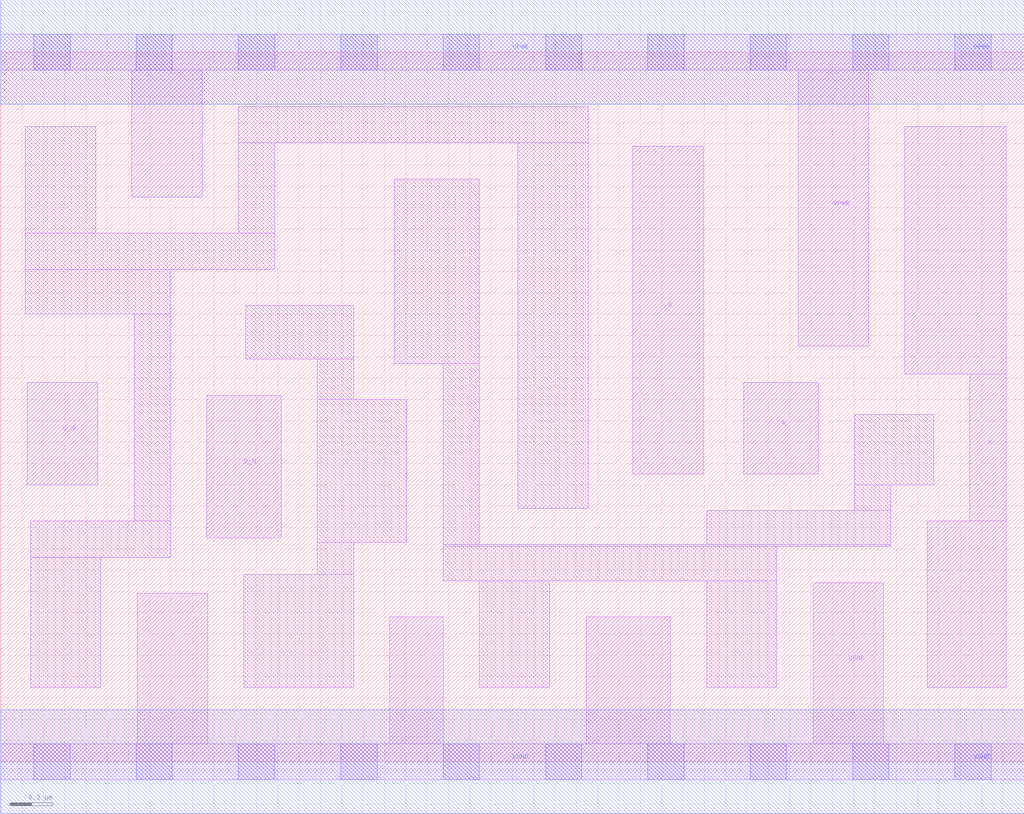
<source format=lef>
# Copyright 2020 The SkyWater PDK Authors
#
# Licensed under the Apache License, Version 2.0 (the "License");
# you may not use this file except in compliance with the License.
# You may obtain a copy of the License at
#
#     https://www.apache.org/licenses/LICENSE-2.0
#
# Unless required by applicable law or agreed to in writing, software
# distributed under the License is distributed on an "AS IS" BASIS,
# WITHOUT WARRANTIES OR CONDITIONS OF ANY KIND, either express or implied.
# See the License for the specific language governing permissions and
# limitations under the License.
#
# SPDX-License-Identifier: Apache-2.0

VERSION 5.7 ;
  NAMESCASESENSITIVE ON ;
  NOWIREEXTENSIONATPIN ON ;
  DIVIDERCHAR "/" ;
  BUSBITCHARS "[]" ;
UNITS
  DATABASE MICRONS 200 ;
END UNITS
MACRO sky130_fd_sc_ms__or4bb_1
  CLASS CORE ;
  SOURCE USER ;
  FOREIGN sky130_fd_sc_ms__or4bb_1 ;
  ORIGIN  0.000000  0.000000 ;
  SIZE  4.800000 BY  3.330000 ;
  SYMMETRY X Y ;
  SITE unit ;
  PIN A
    ANTENNAGATEAREA  0.262500 ;
    DIRECTION INPUT ;
    USE SIGNAL ;
    PORT
      LAYER li1 ;
        RECT 3.485000 1.350000 3.835000 1.780000 ;
    END
  END A
  PIN B
    ANTENNAGATEAREA  0.262500 ;
    DIRECTION INPUT ;
    USE SIGNAL ;
    PORT
      LAYER li1 ;
        RECT 2.965000 1.350000 3.295000 2.890000 ;
    END
  END B
  PIN C_N
    ANTENNAGATEAREA  0.233700 ;
    DIRECTION INPUT ;
    USE SIGNAL ;
    PORT
      LAYER li1 ;
        RECT 0.125000 1.300000 0.455000 1.780000 ;
    END
  END C_N
  PIN D_N
    ANTENNAGATEAREA  0.233700 ;
    DIRECTION INPUT ;
    USE SIGNAL ;
    PORT
      LAYER li1 ;
        RECT 0.965000 1.050000 1.315000 1.720000 ;
    END
  END D_N
  PIN X
    ANTENNADIFFAREA  0.524500 ;
    DIRECTION OUTPUT ;
    USE SIGNAL ;
    PORT
      LAYER li1 ;
        RECT 4.240000 1.820000 4.715000 2.980000 ;
        RECT 4.345000 0.350000 4.715000 1.130000 ;
        RECT 4.545000 1.130000 4.715000 1.820000 ;
    END
  END X
  PIN VGND
    DIRECTION INOUT ;
    USE GROUND ;
    PORT
      LAYER li1 ;
        RECT 0.000000 -0.085000 4.800000 0.085000 ;
        RECT 0.640000  0.085000 0.970000 0.790000 ;
        RECT 1.825000  0.085000 2.075000 0.680000 ;
        RECT 2.745000  0.085000 3.140000 0.680000 ;
        RECT 3.810000  0.085000 4.140000 0.840000 ;
      LAYER mcon ;
        RECT 0.155000 -0.085000 0.325000 0.085000 ;
        RECT 0.635000 -0.085000 0.805000 0.085000 ;
        RECT 1.115000 -0.085000 1.285000 0.085000 ;
        RECT 1.595000 -0.085000 1.765000 0.085000 ;
        RECT 2.075000 -0.085000 2.245000 0.085000 ;
        RECT 2.555000 -0.085000 2.725000 0.085000 ;
        RECT 3.035000 -0.085000 3.205000 0.085000 ;
        RECT 3.515000 -0.085000 3.685000 0.085000 ;
        RECT 3.995000 -0.085000 4.165000 0.085000 ;
        RECT 4.475000 -0.085000 4.645000 0.085000 ;
      LAYER met1 ;
        RECT 0.000000 -0.245000 4.800000 0.245000 ;
    END
  END VGND
  PIN VPWR
    DIRECTION INOUT ;
    USE POWER ;
    PORT
      LAYER li1 ;
        RECT 0.000000 3.245000 4.800000 3.415000 ;
        RECT 0.615000 2.650000 0.945000 3.245000 ;
        RECT 3.740000 1.950000 4.070000 3.245000 ;
      LAYER mcon ;
        RECT 0.155000 3.245000 0.325000 3.415000 ;
        RECT 0.635000 3.245000 0.805000 3.415000 ;
        RECT 1.115000 3.245000 1.285000 3.415000 ;
        RECT 1.595000 3.245000 1.765000 3.415000 ;
        RECT 2.075000 3.245000 2.245000 3.415000 ;
        RECT 2.555000 3.245000 2.725000 3.415000 ;
        RECT 3.035000 3.245000 3.205000 3.415000 ;
        RECT 3.515000 3.245000 3.685000 3.415000 ;
        RECT 3.995000 3.245000 4.165000 3.415000 ;
        RECT 4.475000 3.245000 4.645000 3.415000 ;
      LAYER met1 ;
        RECT 0.000000 3.085000 4.800000 3.575000 ;
    END
  END VPWR
  OBS
    LAYER li1 ;
      RECT 0.115000 2.100000 0.795000 2.310000 ;
      RECT 0.115000 2.310000 1.285000 2.480000 ;
      RECT 0.115000 2.480000 0.445000 2.980000 ;
      RECT 0.140000 0.350000 0.470000 0.960000 ;
      RECT 0.140000 0.960000 0.795000 1.130000 ;
      RECT 0.625000 1.130000 0.795000 2.100000 ;
      RECT 1.115000 2.480000 1.285000 2.905000 ;
      RECT 1.115000 2.905000 2.755000 3.075000 ;
      RECT 1.140000 0.350000 1.655000 0.880000 ;
      RECT 1.150000 1.890000 1.655000 2.140000 ;
      RECT 1.485000 0.880000 1.655000 1.030000 ;
      RECT 1.485000 1.030000 1.905000 1.700000 ;
      RECT 1.485000 1.700000 1.655000 1.890000 ;
      RECT 1.845000 1.870000 2.245000 2.735000 ;
      RECT 2.075000 0.850000 3.640000 1.010000 ;
      RECT 2.075000 1.010000 4.175000 1.020000 ;
      RECT 2.075000 1.020000 2.245000 1.870000 ;
      RECT 2.245000 0.350000 2.575000 0.850000 ;
      RECT 2.425000 1.190000 2.755000 2.905000 ;
      RECT 3.310000 0.350000 3.640000 0.850000 ;
      RECT 3.310000 1.020000 4.175000 1.180000 ;
      RECT 4.005000 1.180000 4.175000 1.300000 ;
      RECT 4.005000 1.300000 4.375000 1.630000 ;
  END
END sky130_fd_sc_ms__or4bb_1

</source>
